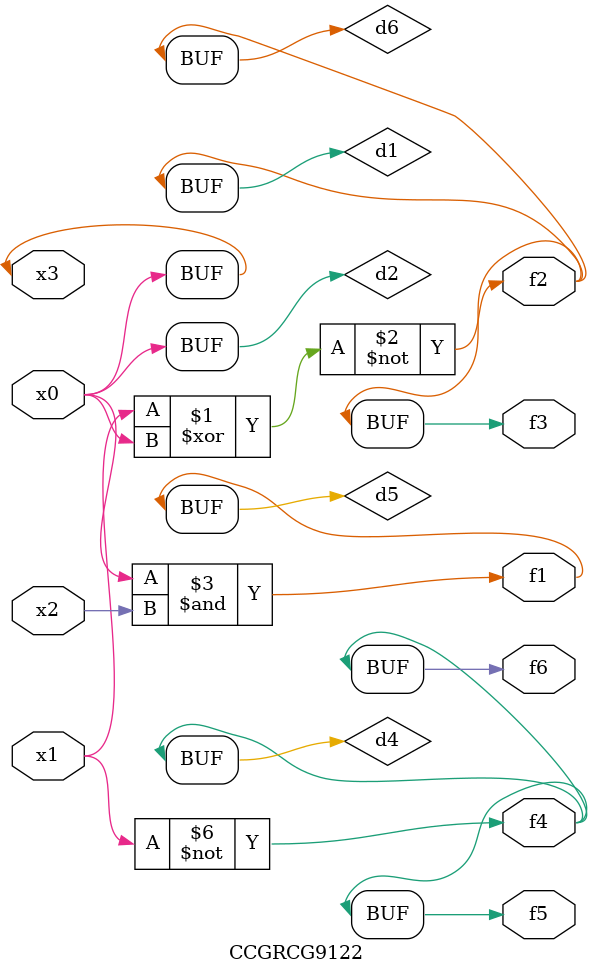
<source format=v>
module CCGRCG9122(
	input x0, x1, x2, x3,
	output f1, f2, f3, f4, f5, f6
);

	wire d1, d2, d3, d4, d5, d6;

	xnor (d1, x1, x3);
	buf (d2, x0, x3);
	nand (d3, x0, x2);
	not (d4, x1);
	nand (d5, d3);
	or (d6, d1);
	assign f1 = d5;
	assign f2 = d6;
	assign f3 = d6;
	assign f4 = d4;
	assign f5 = d4;
	assign f6 = d4;
endmodule

</source>
